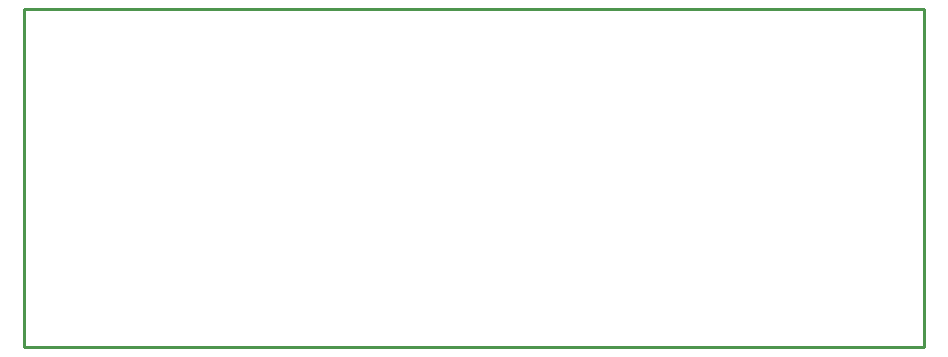
<source format=gbr>
G04 start of page 4 for group 2 idx 2 *
G04 Title: (unknown), outline *
G04 Creator: pcb 20140316 *
G04 CreationDate: Thu 20 Aug 2020 03:13:35 AM GMT UTC *
G04 For: railfan *
G04 Format: Gerber/RS-274X *
G04 PCB-Dimensions (mil): 3000.00 1125.00 *
G04 PCB-Coordinate-Origin: lower left *
%MOIN*%
%FSLAX25Y25*%
%LNOUTLINE*%
%ADD47C,0.0100*%
G54D47*X300000Y112500D02*X0D01*
Y0D01*
X300000D01*
Y112500D01*
M02*

</source>
